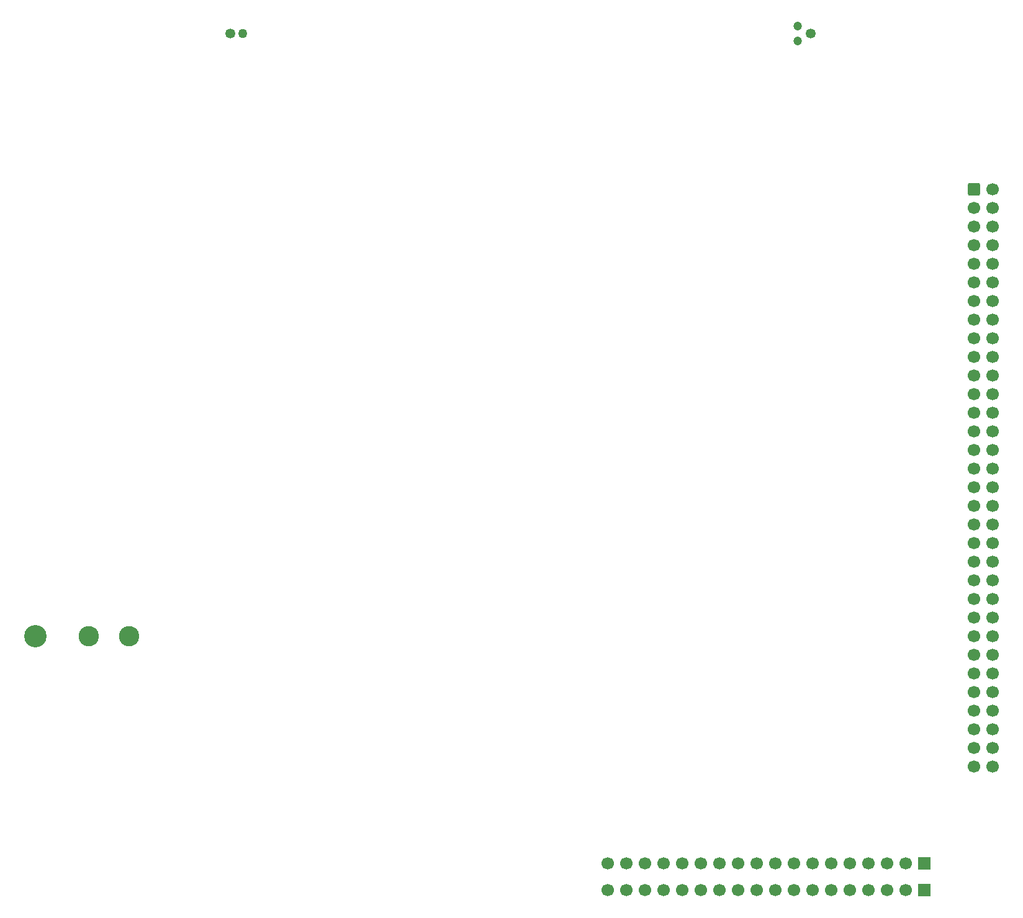
<source format=gbr>
G04 #@! TF.GenerationSoftware,KiCad,Pcbnew,9.0.3*
G04 #@! TF.CreationDate,2025-08-01T19:28:12-07:00*
G04 #@! TF.ProjectId,CardTestFixture,43617264-5465-4737-9446-697874757265,A*
G04 #@! TF.SameCoordinates,Original*
G04 #@! TF.FileFunction,Soldermask,Bot*
G04 #@! TF.FilePolarity,Negative*
%FSLAX46Y46*%
G04 Gerber Fmt 4.6, Leading zero omitted, Abs format (unit mm)*
G04 Created by KiCad (PCBNEW 9.0.3) date 2025-08-01 19:28:12*
%MOMM*%
%LPD*%
G01*
G04 APERTURE LIST*
G04 Aperture macros list*
%AMRoundRect*
0 Rectangle with rounded corners*
0 $1 Rounding radius*
0 $2 $3 $4 $5 $6 $7 $8 $9 X,Y pos of 4 corners*
0 Add a 4 corners polygon primitive as box body*
4,1,4,$2,$3,$4,$5,$6,$7,$8,$9,$2,$3,0*
0 Add four circle primitives for the rounded corners*
1,1,$1+$1,$2,$3*
1,1,$1+$1,$4,$5*
1,1,$1+$1,$6,$7*
1,1,$1+$1,$8,$9*
0 Add four rect primitives between the rounded corners*
20,1,$1+$1,$2,$3,$4,$5,0*
20,1,$1+$1,$4,$5,$6,$7,0*
20,1,$1+$1,$6,$7,$8,$9,0*
20,1,$1+$1,$8,$9,$2,$3,0*%
G04 Aperture macros list end*
%ADD10R,1.700000X1.700000*%
%ADD11C,1.700000*%
%ADD12C,1.270000*%
%ADD13C,1.349000*%
%ADD14C,1.200000*%
%ADD15RoundRect,0.250000X-0.600000X-0.600000X0.600000X-0.600000X0.600000X0.600000X-0.600000X0.600000X0*%
%ADD16C,3.050000*%
%ADD17C,2.775000*%
G04 APERTURE END LIST*
D10*
X209180000Y-151400000D03*
D11*
X206640000Y-151400000D03*
X204100000Y-151400000D03*
X201560000Y-151400000D03*
X199020000Y-151400000D03*
X196480000Y-151400000D03*
X193940000Y-151400000D03*
X191400000Y-151400000D03*
X188860000Y-151400000D03*
X186320000Y-151400000D03*
X183780000Y-151400000D03*
X181240000Y-151400000D03*
X178700000Y-151400000D03*
X176160000Y-151400000D03*
X173620000Y-151400000D03*
X171080000Y-151400000D03*
X168540000Y-151400000D03*
X166000000Y-151400000D03*
D10*
X209180000Y-155000000D03*
D11*
X206640000Y-155000000D03*
X204100000Y-155000000D03*
X201560000Y-155000000D03*
X199020000Y-155000000D03*
X196480000Y-155000000D03*
X193940000Y-155000000D03*
X191400000Y-155000000D03*
X188860000Y-155000000D03*
X186320000Y-155000000D03*
X183780000Y-155000000D03*
X181240000Y-155000000D03*
X178700000Y-155000000D03*
X176160000Y-155000000D03*
X173620000Y-155000000D03*
X171080000Y-155000000D03*
X168540000Y-155000000D03*
X166000000Y-155000000D03*
D12*
X116248900Y-38197500D03*
D13*
X114568900Y-38197500D03*
D14*
X191908900Y-39197500D03*
X191908900Y-37197500D03*
D13*
X193698900Y-38197500D03*
D15*
X216000000Y-59400000D03*
D11*
X218540000Y-59400000D03*
X216000000Y-61940000D03*
X218540000Y-61940000D03*
X216000000Y-64480000D03*
X218540000Y-64480000D03*
X216000000Y-67020000D03*
X218540000Y-67020000D03*
X216000000Y-69560000D03*
X218540000Y-69560000D03*
X216000000Y-72100000D03*
X218540000Y-72100000D03*
X216000000Y-74640000D03*
X218540000Y-74640000D03*
X216000000Y-77180000D03*
X218540000Y-77180000D03*
X216000000Y-79720000D03*
X218540000Y-79720000D03*
X216000000Y-82260000D03*
X218540000Y-82260000D03*
X216000000Y-84800000D03*
X218540000Y-84800000D03*
X216000000Y-87340000D03*
X218540000Y-87340000D03*
X216000000Y-89880000D03*
X218540000Y-89880000D03*
X216000000Y-92420000D03*
X218540000Y-92420000D03*
X216000000Y-94960000D03*
X218540000Y-94960000D03*
X216000000Y-97500000D03*
X218540000Y-97500000D03*
X216000000Y-100040000D03*
X218540000Y-100040000D03*
X216000000Y-102580000D03*
X218540000Y-102580000D03*
X216000000Y-105120000D03*
X218540000Y-105120000D03*
X216000000Y-107660000D03*
X218540000Y-107660000D03*
X216000000Y-110200000D03*
X218540000Y-110200000D03*
X216000000Y-112740000D03*
X218540000Y-112740000D03*
X216000000Y-115280000D03*
X218540000Y-115280000D03*
X216000000Y-117820000D03*
X218540000Y-117820000D03*
X216000000Y-120360000D03*
X218540000Y-120360000D03*
X216000000Y-122900000D03*
X218540000Y-122900000D03*
X216000000Y-125440000D03*
X218540000Y-125440000D03*
X216000000Y-127980000D03*
X218540000Y-127980000D03*
X216000000Y-130520000D03*
X218540000Y-130520000D03*
X216000000Y-133060000D03*
X218540000Y-133060000D03*
X216000000Y-135600000D03*
X218540000Y-135600000D03*
X216000000Y-138140000D03*
X218540000Y-138140000D03*
D16*
X88000000Y-120400000D03*
D17*
X95300000Y-120400000D03*
X100800000Y-120400000D03*
M02*

</source>
